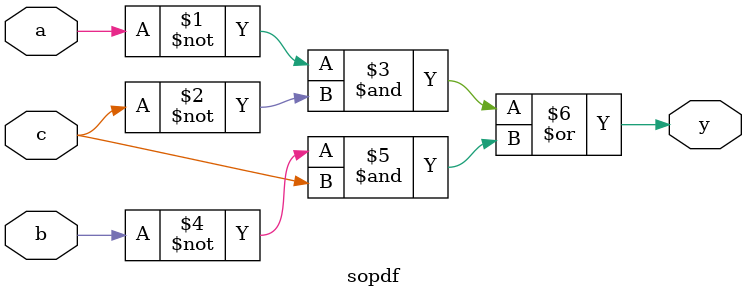
<source format=v>

module sopdf(a, b, c, y);
    input a, b, c;
    output y;

    assign y = (~a & ~c) | (~b & c);

endmodule

</source>
